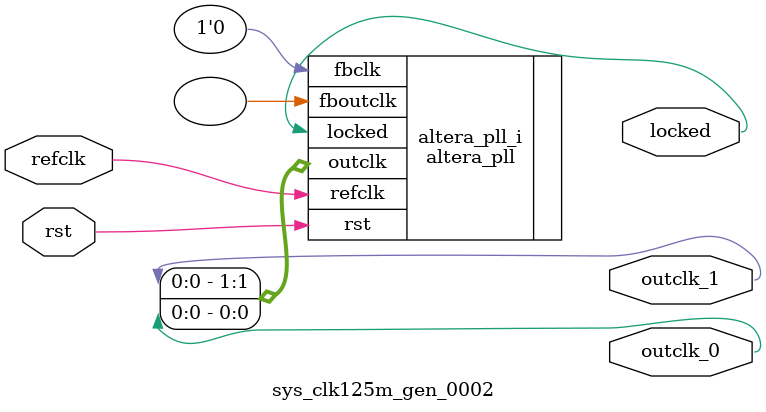
<source format=v>
`timescale 1ns/10ps
module  sys_clk125m_gen_0002(

	// interface 'refclk'
	input wire refclk,

	// interface 'reset'
	input wire rst,

	// interface 'outclk0'
	output wire outclk_0,

	// interface 'outclk1'
	output wire outclk_1,

	// interface 'locked'
	output wire locked
);

	altera_pll #(
		.fractional_vco_multiplier("false"),
		.reference_clock_frequency("60.0 MHz"),
		.operation_mode("direct"),
		.number_of_clocks(2),
		.output_clock_frequency0("125.000000 MHz"),
		.phase_shift0("0 ps"),
		.duty_cycle0(50),
		.output_clock_frequency1("100.000000 MHz"),
		.phase_shift1("0 ps"),
		.duty_cycle1(50),
		.output_clock_frequency2("0 MHz"),
		.phase_shift2("0 ps"),
		.duty_cycle2(50),
		.output_clock_frequency3("0 MHz"),
		.phase_shift3("0 ps"),
		.duty_cycle3(50),
		.output_clock_frequency4("0 MHz"),
		.phase_shift4("0 ps"),
		.duty_cycle4(50),
		.output_clock_frequency5("0 MHz"),
		.phase_shift5("0 ps"),
		.duty_cycle5(50),
		.output_clock_frequency6("0 MHz"),
		.phase_shift6("0 ps"),
		.duty_cycle6(50),
		.output_clock_frequency7("0 MHz"),
		.phase_shift7("0 ps"),
		.duty_cycle7(50),
		.output_clock_frequency8("0 MHz"),
		.phase_shift8("0 ps"),
		.duty_cycle8(50),
		.output_clock_frequency9("0 MHz"),
		.phase_shift9("0 ps"),
		.duty_cycle9(50),
		.output_clock_frequency10("0 MHz"),
		.phase_shift10("0 ps"),
		.duty_cycle10(50),
		.output_clock_frequency11("0 MHz"),
		.phase_shift11("0 ps"),
		.duty_cycle11(50),
		.output_clock_frequency12("0 MHz"),
		.phase_shift12("0 ps"),
		.duty_cycle12(50),
		.output_clock_frequency13("0 MHz"),
		.phase_shift13("0 ps"),
		.duty_cycle13(50),
		.output_clock_frequency14("0 MHz"),
		.phase_shift14("0 ps"),
		.duty_cycle14(50),
		.output_clock_frequency15("0 MHz"),
		.phase_shift15("0 ps"),
		.duty_cycle15(50),
		.output_clock_frequency16("0 MHz"),
		.phase_shift16("0 ps"),
		.duty_cycle16(50),
		.output_clock_frequency17("0 MHz"),
		.phase_shift17("0 ps"),
		.duty_cycle17(50),
		.pll_type("General"),
		.pll_subtype("General")
	) altera_pll_i (
		.rst	(rst),
		.outclk	({outclk_1, outclk_0}),
		.locked	(locked),
		.fboutclk	( ),
		.fbclk	(1'b0),
		.refclk	(refclk)
	);
endmodule


</source>
